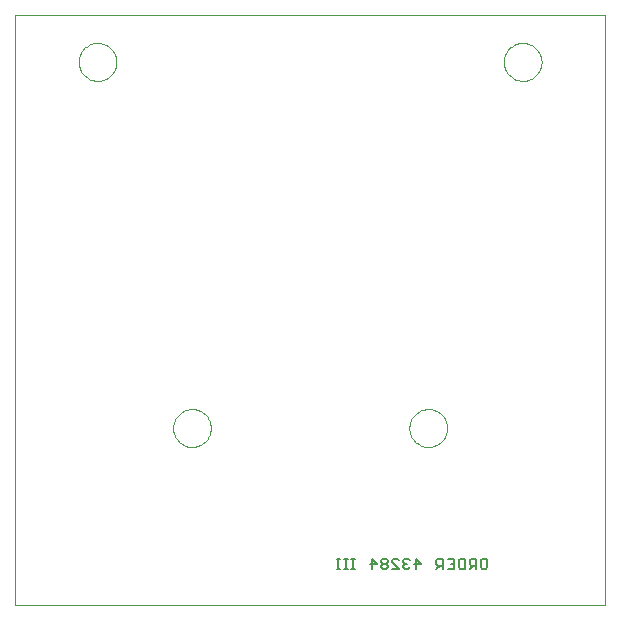
<source format=gbo>
G75*
G70*
%OFA0B0*%
%FSLAX24Y24*%
%IPPOS*%
%LPD*%
%AMOC8*
5,1,8,0,0,1.08239X$1,22.5*
%
%ADD10C,0.0000*%
%ADD11C,0.0060*%
D10*
X000589Y000574D02*
X000589Y020259D01*
X020274Y020259D01*
X020274Y000574D01*
X000589Y000574D01*
X005865Y006479D02*
X005867Y006529D01*
X005873Y006579D01*
X005883Y006628D01*
X005897Y006676D01*
X005914Y006723D01*
X005935Y006768D01*
X005960Y006812D01*
X005988Y006853D01*
X006020Y006892D01*
X006054Y006929D01*
X006091Y006963D01*
X006131Y006993D01*
X006173Y007020D01*
X006217Y007044D01*
X006263Y007065D01*
X006310Y007081D01*
X006358Y007094D01*
X006408Y007103D01*
X006457Y007108D01*
X006508Y007109D01*
X006558Y007106D01*
X006607Y007099D01*
X006656Y007088D01*
X006704Y007073D01*
X006750Y007055D01*
X006795Y007033D01*
X006838Y007007D01*
X006879Y006978D01*
X006918Y006946D01*
X006954Y006911D01*
X006986Y006873D01*
X007016Y006833D01*
X007043Y006790D01*
X007066Y006746D01*
X007085Y006700D01*
X007101Y006652D01*
X007113Y006603D01*
X007121Y006554D01*
X007125Y006504D01*
X007125Y006454D01*
X007121Y006404D01*
X007113Y006355D01*
X007101Y006306D01*
X007085Y006258D01*
X007066Y006212D01*
X007043Y006168D01*
X007016Y006125D01*
X006986Y006085D01*
X006954Y006047D01*
X006918Y006012D01*
X006879Y005980D01*
X006838Y005951D01*
X006795Y005925D01*
X006750Y005903D01*
X006704Y005885D01*
X006656Y005870D01*
X006607Y005859D01*
X006558Y005852D01*
X006508Y005849D01*
X006457Y005850D01*
X006408Y005855D01*
X006358Y005864D01*
X006310Y005877D01*
X006263Y005893D01*
X006217Y005914D01*
X006173Y005938D01*
X006131Y005965D01*
X006091Y005995D01*
X006054Y006029D01*
X006020Y006066D01*
X005988Y006105D01*
X005960Y006146D01*
X005935Y006190D01*
X005914Y006235D01*
X005897Y006282D01*
X005883Y006330D01*
X005873Y006379D01*
X005867Y006429D01*
X005865Y006479D01*
X013739Y006479D02*
X013741Y006529D01*
X013747Y006579D01*
X013757Y006628D01*
X013771Y006676D01*
X013788Y006723D01*
X013809Y006768D01*
X013834Y006812D01*
X013862Y006853D01*
X013894Y006892D01*
X013928Y006929D01*
X013965Y006963D01*
X014005Y006993D01*
X014047Y007020D01*
X014091Y007044D01*
X014137Y007065D01*
X014184Y007081D01*
X014232Y007094D01*
X014282Y007103D01*
X014331Y007108D01*
X014382Y007109D01*
X014432Y007106D01*
X014481Y007099D01*
X014530Y007088D01*
X014578Y007073D01*
X014624Y007055D01*
X014669Y007033D01*
X014712Y007007D01*
X014753Y006978D01*
X014792Y006946D01*
X014828Y006911D01*
X014860Y006873D01*
X014890Y006833D01*
X014917Y006790D01*
X014940Y006746D01*
X014959Y006700D01*
X014975Y006652D01*
X014987Y006603D01*
X014995Y006554D01*
X014999Y006504D01*
X014999Y006454D01*
X014995Y006404D01*
X014987Y006355D01*
X014975Y006306D01*
X014959Y006258D01*
X014940Y006212D01*
X014917Y006168D01*
X014890Y006125D01*
X014860Y006085D01*
X014828Y006047D01*
X014792Y006012D01*
X014753Y005980D01*
X014712Y005951D01*
X014669Y005925D01*
X014624Y005903D01*
X014578Y005885D01*
X014530Y005870D01*
X014481Y005859D01*
X014432Y005852D01*
X014382Y005849D01*
X014331Y005850D01*
X014282Y005855D01*
X014232Y005864D01*
X014184Y005877D01*
X014137Y005893D01*
X014091Y005914D01*
X014047Y005938D01*
X014005Y005965D01*
X013965Y005995D01*
X013928Y006029D01*
X013894Y006066D01*
X013862Y006105D01*
X013834Y006146D01*
X013809Y006190D01*
X013788Y006235D01*
X013771Y006282D01*
X013757Y006330D01*
X013747Y006379D01*
X013741Y006429D01*
X013739Y006479D01*
X016889Y018684D02*
X016891Y018734D01*
X016897Y018784D01*
X016907Y018833D01*
X016921Y018881D01*
X016938Y018928D01*
X016959Y018973D01*
X016984Y019017D01*
X017012Y019058D01*
X017044Y019097D01*
X017078Y019134D01*
X017115Y019168D01*
X017155Y019198D01*
X017197Y019225D01*
X017241Y019249D01*
X017287Y019270D01*
X017334Y019286D01*
X017382Y019299D01*
X017432Y019308D01*
X017481Y019313D01*
X017532Y019314D01*
X017582Y019311D01*
X017631Y019304D01*
X017680Y019293D01*
X017728Y019278D01*
X017774Y019260D01*
X017819Y019238D01*
X017862Y019212D01*
X017903Y019183D01*
X017942Y019151D01*
X017978Y019116D01*
X018010Y019078D01*
X018040Y019038D01*
X018067Y018995D01*
X018090Y018951D01*
X018109Y018905D01*
X018125Y018857D01*
X018137Y018808D01*
X018145Y018759D01*
X018149Y018709D01*
X018149Y018659D01*
X018145Y018609D01*
X018137Y018560D01*
X018125Y018511D01*
X018109Y018463D01*
X018090Y018417D01*
X018067Y018373D01*
X018040Y018330D01*
X018010Y018290D01*
X017978Y018252D01*
X017942Y018217D01*
X017903Y018185D01*
X017862Y018156D01*
X017819Y018130D01*
X017774Y018108D01*
X017728Y018090D01*
X017680Y018075D01*
X017631Y018064D01*
X017582Y018057D01*
X017532Y018054D01*
X017481Y018055D01*
X017432Y018060D01*
X017382Y018069D01*
X017334Y018082D01*
X017287Y018098D01*
X017241Y018119D01*
X017197Y018143D01*
X017155Y018170D01*
X017115Y018200D01*
X017078Y018234D01*
X017044Y018271D01*
X017012Y018310D01*
X016984Y018351D01*
X016959Y018395D01*
X016938Y018440D01*
X016921Y018487D01*
X016907Y018535D01*
X016897Y018584D01*
X016891Y018634D01*
X016889Y018684D01*
X002715Y018684D02*
X002717Y018734D01*
X002723Y018784D01*
X002733Y018833D01*
X002747Y018881D01*
X002764Y018928D01*
X002785Y018973D01*
X002810Y019017D01*
X002838Y019058D01*
X002870Y019097D01*
X002904Y019134D01*
X002941Y019168D01*
X002981Y019198D01*
X003023Y019225D01*
X003067Y019249D01*
X003113Y019270D01*
X003160Y019286D01*
X003208Y019299D01*
X003258Y019308D01*
X003307Y019313D01*
X003358Y019314D01*
X003408Y019311D01*
X003457Y019304D01*
X003506Y019293D01*
X003554Y019278D01*
X003600Y019260D01*
X003645Y019238D01*
X003688Y019212D01*
X003729Y019183D01*
X003768Y019151D01*
X003804Y019116D01*
X003836Y019078D01*
X003866Y019038D01*
X003893Y018995D01*
X003916Y018951D01*
X003935Y018905D01*
X003951Y018857D01*
X003963Y018808D01*
X003971Y018759D01*
X003975Y018709D01*
X003975Y018659D01*
X003971Y018609D01*
X003963Y018560D01*
X003951Y018511D01*
X003935Y018463D01*
X003916Y018417D01*
X003893Y018373D01*
X003866Y018330D01*
X003836Y018290D01*
X003804Y018252D01*
X003768Y018217D01*
X003729Y018185D01*
X003688Y018156D01*
X003645Y018130D01*
X003600Y018108D01*
X003554Y018090D01*
X003506Y018075D01*
X003457Y018064D01*
X003408Y018057D01*
X003358Y018054D01*
X003307Y018055D01*
X003258Y018060D01*
X003208Y018069D01*
X003160Y018082D01*
X003113Y018098D01*
X003067Y018119D01*
X003023Y018143D01*
X002981Y018170D01*
X002941Y018200D01*
X002904Y018234D01*
X002870Y018271D01*
X002838Y018310D01*
X002810Y018351D01*
X002785Y018395D01*
X002764Y018440D01*
X002747Y018487D01*
X002733Y018535D01*
X002723Y018584D01*
X002717Y018634D01*
X002715Y018684D01*
D11*
X011321Y002125D02*
X011435Y002125D01*
X011378Y002125D02*
X011378Y001785D01*
X011435Y001785D02*
X011321Y001785D01*
X011567Y001785D02*
X011680Y001785D01*
X011624Y001785D02*
X011624Y002125D01*
X011680Y002125D02*
X011567Y002125D01*
X011812Y002125D02*
X011926Y002125D01*
X011869Y002125D02*
X011869Y001785D01*
X011926Y001785D02*
X011812Y001785D01*
X012436Y001955D02*
X012663Y001955D01*
X012492Y002125D01*
X012492Y001785D01*
X012804Y001842D02*
X012861Y001785D01*
X012974Y001785D01*
X013031Y001842D01*
X013031Y001898D01*
X012974Y001955D01*
X012861Y001955D01*
X012804Y001898D01*
X012804Y001842D01*
X012861Y001955D02*
X012804Y002012D01*
X012804Y002068D01*
X012861Y002125D01*
X012974Y002125D01*
X013031Y002068D01*
X013031Y002012D01*
X012974Y001955D01*
X013172Y002012D02*
X013172Y002068D01*
X013229Y002125D01*
X013342Y002125D01*
X013399Y002068D01*
X013541Y002068D02*
X013541Y002012D01*
X013597Y001955D01*
X013541Y001898D01*
X013541Y001842D01*
X013597Y001785D01*
X013711Y001785D01*
X013767Y001842D01*
X013654Y001955D02*
X013597Y001955D01*
X013541Y002068D02*
X013597Y002125D01*
X013711Y002125D01*
X013767Y002068D01*
X013909Y001955D02*
X014136Y001955D01*
X013966Y002125D01*
X013966Y001785D01*
X013399Y001785D02*
X013172Y002012D01*
X013172Y001785D02*
X013399Y001785D01*
X014646Y001785D02*
X014759Y001898D01*
X014702Y001898D02*
X014872Y001898D01*
X014872Y001785D02*
X014872Y002125D01*
X014702Y002125D01*
X014646Y002068D01*
X014646Y001955D01*
X014702Y001898D01*
X015014Y001785D02*
X015241Y001785D01*
X015241Y002125D01*
X015014Y002125D01*
X015127Y001955D02*
X015241Y001955D01*
X015382Y002068D02*
X015439Y002125D01*
X015609Y002125D01*
X015609Y001785D01*
X015439Y001785D01*
X015382Y001842D01*
X015382Y002068D01*
X015751Y002068D02*
X015751Y001955D01*
X015807Y001898D01*
X015977Y001898D01*
X015864Y001898D02*
X015751Y001785D01*
X015977Y001785D02*
X015977Y002125D01*
X015807Y002125D01*
X015751Y002068D01*
X016119Y002068D02*
X016119Y001842D01*
X016176Y001785D01*
X016289Y001785D01*
X016346Y001842D01*
X016346Y002068D01*
X016289Y002125D01*
X016176Y002125D01*
X016119Y002068D01*
M02*

</source>
